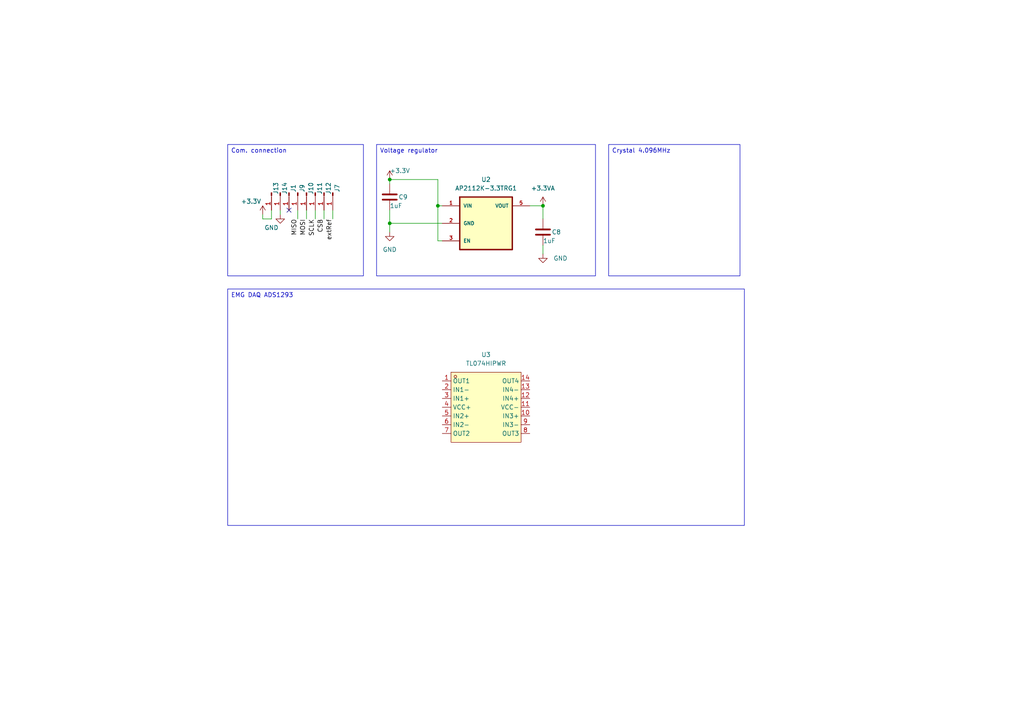
<source format=kicad_sch>
(kicad_sch (version 20231120) (generator "eeschema") (generator_version "8.0")
  (paper "A4")
  (title_block (title "EMG DAQ ADS129") (date "2023-12-07") (rev "v1.0"))
  (lib_symbols
    (symbol "00_custom:AP2112K-3.3TRG1" (pin_names (offset 1.016))
      (property "Reference" "U" (at -7.663 8.6476 0))
      (property "Value" "AP2112K-3.3TRG1" (at -7.6489 -11.6507 0))
      (symbol "AP2112K-3.3TRG1_0_0"
        (rectangle (start -7.62 7.62) (end 7.62 -7.62) (stroke (width 0.41)) (fill (type background)))
        (pin power_in line (at -12.7 5.08 0) (length 5.08) (name "VIN") (number "1"))
        (pin power_in line (at -12.7 0 0) (length 5.08) (name "GND") (number "2"))
        (pin input line (at -12.7 -5.08 0) (length 5.08) (name "EN") (number "3"))
        (pin power_in line (at 12.7 5.08 180) (length 5.08) (name "VOUT") (number "5"))
      )
    )
    (symbol "00_lcsc:TL074HIPWR"
      (property "Reference" "U" (at 0 12.7 0))
      (property "Value" "TL074HIPWR" (at 0 -12.7 0))
      (symbol "TL074HIPWR_0_1"
        (rectangle (start -10.16 10.16) (end 10.16 -10.16) (fill (type background)))
        (circle (center -8.89 8.89) (radius 0.38))
        (pin unspecified line (at -12.7 7.62 0) (length 2.54) (name "OUT1") (number "1"))
        (pin unspecified line (at 12.7 -2.54 180) (length 2.54) (name "IN3+") (number "10"))
        (pin unspecified line (at 12.7 0 180) (length 2.54) (name "VCC-") (number "11"))
        (pin unspecified line (at 12.7 2.54 180) (length 2.54) (name "IN4+") (number "12"))
        (pin unspecified line (at 12.7 5.08 180) (length 2.54) (name "IN4-") (number "13"))
        (pin unspecified line (at 12.7 7.62 180) (length 2.54) (name "OUT4") (number "14"))
        (pin unspecified line (at -12.7 5.08 0) (length 2.54) (name "IN1-") (number "2"))
        (pin unspecified line (at -12.7 2.54 0) (length 2.54) (name "IN1+") (number "3"))
        (pin unspecified line (at -12.7 0 0) (length 2.54) (name "VCC+") (number "4"))
        (pin unspecified line (at -12.7 -2.54 0) (length 2.54) (name "IN2+") (number "5"))
        (pin unspecified line (at -12.7 -5.08 0) (length 2.54) (name "IN2-") (number "6"))
        (pin unspecified line (at -12.7 -7.62 0) (length 2.54) (name "OUT2") (number "7"))
        (pin unspecified line (at 12.7 -7.62 180) (length 2.54) (name "OUT3") (number "8"))
        (pin unspecified line (at 12.7 -5.08 180) (length 2.54) (name "IN3-") (number "9"))
      )
    )
    (symbol "Connector:Conn_01x01_Pin" (pin_names (offset 1.016) hide)
      (property "Reference" "J" (at 0 2.54 0))
      (property "Value" "Conn_01x01_Pin" (at 0 -2.54 0))
      (symbol "Conn_01x01_Pin_1_1"
        (polyline (pts (xy 1.27 0) (xy 0.8636 0)) (stroke (width 0.1524)))
        (rectangle (start 0.8636 0.127) (end 0 -0.127) (stroke (width 0.1524)) (fill (type outline)))
        (pin passive line (at 5.08 0 180) (length 3.81) (name "Pin_1") (number "1"))
      )
    )
    (symbol "Device:C" (pin_numbers hide) (pin_names (offset 0.254))
      (property "Reference" "C" (at 0.635 2.54 0))
      (property "Value" "C" (at 0.635 -2.54 0))
      (symbol "C_0_1"
        (polyline (pts (xy -2.032 -0.762) (xy 2.032 -0.762)) (stroke (width 0.508)))
        (polyline (pts (xy -2.032 0.762) (xy 2.032 0.762)) (stroke (width 0.508)))
      )
      (symbol "C_1_1"
        (pin passive line (at 0 3.81 270) (length 2.794) (name "~") (number "1"))
        (pin passive line (at 0 -3.81 90) (length 2.794) (name "~") (number "2"))
      )
    )
    (symbol "power:+3.3V" (power) (pin_names (offset 0))
      (property "Value" "+3.3V" (at 0 3.556 0))
      (symbol "+3.3V_0_1"
        (polyline (pts (xy -0.762 1.27) (xy 0 2.54)))
        (polyline (pts (xy 0 0) (xy 0 2.54)))
        (polyline (pts (xy 0 2.54) (xy 0.762 1.27)))
      )
      (symbol "+3.3V_1_1"
        (pin power_in line (at 0 0 90) (length 0) hide (name "+3.3V") (number "1"))
      )
    )
    (symbol "power:+3.3VA" (power) (pin_names (offset 0))
      (property "Value" "+3.3VA" (at 0 3.556 0))
      (symbol "+3.3VA_0_1"
        (polyline (pts (xy -0.762 1.27) (xy 0 2.54)))
        (polyline (pts (xy 0 0) (xy 0 2.54)))
        (polyline (pts (xy 0 2.54) (xy 0.762 1.27)))
      )
      (symbol "+3.3VA_1_1"
        (pin power_in line (at 0 0 90) (length 0) hide (name "+3.3VA") (number "1"))
      )
    )
    (symbol "power:GND" (power) (pin_names (offset 0))
      (property "Value" "GND" (at 0 -3.81 0))
      (symbol "GND_0_1"
        (polyline (pts (xy 0 0) (xy 0 -1.27) (xy 1.27 -1.27) (xy 0 -2.54) (xy -1.27 -1.27) (xy 0 -1.27)))
      )
      (symbol "GND_1_1"
        (pin power_in line (at 0 0 270) (length 0) hide (name "GND") (number "1"))
      )
    )
  )
  (junction (at 113.03 64.77))
  (junction (at 113.03 52.07))
  (junction (at 157.48 59.69))
  (junction (at 127 59.69))
  (no_connect (at 83.82 60.96))
  (wire (pts (xy 113.03 60.96) (xy 113.03 64.77)))
  (wire (pts (xy 127 69.85) (xy 127 59.69)))
  (wire (pts (xy 88.9 60.96) (xy 88.9 63.5)))
  (wire (pts (xy 127 59.69) (xy 128.27 59.69)))
  (wire (pts (xy 96.52 60.96) (xy 96.52 63.5)))
  (wire (pts (xy 91.44 60.96) (xy 91.44 63.5)))
  (wire (pts (xy 113.03 64.77) (xy 128.27 64.77)))
  (wire (pts (xy 76.2 63.5) (xy 78.74 63.5)))
  (wire (pts (xy 128.27 69.85) (xy 127 69.85)))
  (wire (pts (xy 127 52.07) (xy 127 59.69)))
  (wire (pts (xy 113.03 53.34) (xy 113.03 52.07)))
  (wire (pts (xy 113.03 64.77) (xy 113.03 67.31)))
  (wire (pts (xy 157.48 59.69) (xy 157.48 63.5)))
  (wire (pts (xy 86.36 60.96) (xy 86.36 63.5)))
  (wire (pts (xy 81.28 62.23) (xy 81.28 60.96)))
  (wire (pts (xy 157.48 71.12) (xy 157.48 73.66)))
  (wire (pts (xy 78.74 60.96) (xy 78.74 63.5)))
  (wire (pts (xy 153.67 59.69) (xy 157.48 59.69)))
  (wire (pts (xy 113.03 52.07) (xy 127 52.07)))
  (wire (pts (xy 93.98 60.96) (xy 93.98 63.5)))
  (wire (pts (xy 76.2 62.23) (xy 76.2 63.5)))
  (text_box "Com. connection" (at 66.04 41.91 0) (size 39.37 38.1) (effects (font (size 1.27 1.27)) (justify left top)))
  (text_box "Crystal 4.096MHz" (at 176.53 41.91 0) (size 38.1 38.1) (effects (font (size 1.27 1.27)) (justify left top)))
  (text_box "Voltage regulator" (at 109.22 41.91 0) (size 63.5 38.1) (effects (font (size 1.27 1.27)) (justify left top)))
  (text_box "EMG DAQ ADS1293" (at 66.04 83.82 0) (size 149.86 68.58) (effects (font (size 1.27 1.27)) (justify left top)))
  (label "MOSI" (at 88.9 63.5 270))
  (label "CSB" (at 93.98 63.5 270))
  (label "extRef" (at 96.52 63.5 270))
  (label "SCLK" (at 91.44 63.5 270))
  (label "MISO" (at 86.36 63.5 270))
  (symbol (lib_id "power:GND") (at 81.28 62.23 0) (unit 1)
    (property "Reference" "#PWR07" (effects (hide yes)))
    (property "Value" "GND" (at 78.74 66.04 0))
  )
  (symbol (lib_id "power:GND") (at 157.48 73.66 0) (unit 1)
    (property "Reference" "#PWR012" (effects (hide yes)))
    (property "Value" "GND" (at 162.56 74.93 0))
  )
  (symbol (lib_id "00_custom:AP2112K-3.3TRG1") (at 140.97 64.77 0) (unit 1)
    (property "Reference" "U2" (at 140.97 52.07 0))
    (property "Value" "AP2112K-3.3TRG1" (at 140.97 54.61 0))
    (property "Footprint" "00_custom-footprints:SOT95P285X140-5N" (effects (hide yes)))
    (property "Description" "\nVoltage Regulators, LDO, 600mA CMOS LDO 50mA 3.3V 250mV | Diodes Inc AP2112K-3.3TRG1\n" (effects (hide yes)))
    (property "MF" "Diodes Inc." (effects (hide yes)))
    (property "Package" "SOT-753 Diodes Inc." (effects (hide yes)))
    (property "Price" "None" (effects (hide yes)))
    (property "Check_prices" "https://www.snapeda.com/parts/AP2112K-3.3TRG1/Diodes+Inc./view-part/?ref=eda" (effects (hide yes)))
    (property "PARTREV" "2-2" (effects (hide yes)))
    (property "SnapEDA_Link" "https://www.snapeda.com/parts/AP2112K-3.3TRG1/Diodes+Inc./view-part/?ref=snap" (effects (hide yes)))
    (property "MP" "AP2112K-3.3TRG1" (effects (hide yes)))
    (property "Purchase-URL" "https://www.snapeda.com/api/url_track_click_mouser/?unipart_id=454988&manufacturer=Diodes Inc.&part_name=AP2112K-3.3TRG1&search_term=None" (effects (hide yes)))
    (property "Availability" "In Stock" (effects (hide yes)))
    (property "MANUFACTURER" "Diodes Inc." (effects (hide yes)))
    (property "LCSC" "C51118" (effects (hide yes)))
  )
  (symbol (lib_id "Connector:Conn_01x01_Pin") (at 81.28 55.88 270) (unit 1)
    (property "Reference" "J14" (at 82.55 54.61 0))
    (property "Value" "Conn_01x01_Pin" (effects (hide yes)))
    (property "Footprint" "Connector_PinHeader_1.27mm:PinHeader_1x01_P1.27mm_Vertical" (effects (hide yes)))
  )
  (symbol (lib_id "Connector:Conn_01x01_Pin") (at 78.74 55.88 270) (unit 1)
    (property "Reference" "J13" (at 80.01 54.61 0))
    (property "Value" "Conn_01x01_Pin" (effects (hide yes)))
    (property "Footprint" "Connector_PinHeader_1.27mm:PinHeader_1x01_P1.27mm_Vertical" (effects (hide yes)))
  )
  (symbol (lib_id "power:+3.3V") (at 76.2 62.23 0) (unit 1)
    (property "Reference" "#PWR06" (effects (hide yes)))
    (property "Value" "+3.3V" (at 69.85 58.42 0) (effects (justify left)))
  )
  (symbol (lib_id "00_lcsc:TL074HIPWR") (at 140.97 118.11 0) (unit 1)
    (property "Reference" "U3" (at 140.97 102.87 0))
    (property "Value" "TL074HIPWR" (at 140.97 105.41 0))
    (property "Footprint" "00_lcsc:TSSOP-14_L5.0-W4.4-P0.65-LS6.4-BL" (effects (hide yes)))
    (property "Datasheet" "https://lcsc.com/product-detail/General-Purpose-Amplifiers_TI_TL074CPWR_TL074CPWR_C96507.html" (effects (hide yes)))
    (property "LCSC Part" "C4370424" (effects (hide yes)))
  )
  (symbol (lib_id "Connector:Conn_01x01_Pin") (at 86.36 55.88 270) (unit 1)
    (property "Reference" "J9" (at 87.63 54.61 0))
    (property "Value" "Conn_01x01_Pin" (effects (hide yes)))
    (property "Footprint" "Connector_PinHeader_1.27mm:PinHeader_1x01_P1.27mm_Vertical" (effects (hide yes)))
  )
  (symbol (lib_id "Connector:Conn_01x01_Pin") (at 93.98 55.88 270) (unit 1)
    (property "Reference" "J12" (at 95.25 54.61 0))
    (property "Value" "Conn_01x01_Pin" (effects (hide yes)))
    (property "Footprint" "Connector_PinHeader_1.27mm:PinHeader_1x01_P1.27mm_Vertical" (effects (hide yes)))
  )
  (symbol (lib_id "Device:C") (at 157.48 67.31 0) (unit 1)
    (property "Reference" "C8" (at 160.02 67.31 0) (effects (justify left)))
    (property "Value" "1uF" (at 157.48 69.85 0) (effects (justify left)))
    (property "Footprint" "Capacitor_SMD:C_0402_1005Metric" (effects (hide yes)))
  )
  (symbol (lib_id "Connector:Conn_01x01_Pin") (at 96.52 55.88 270) (unit 1)
    (property "Reference" "J7" (at 97.79 54.61 0))
    (property "Value" "Conn_01x01_Pin" (effects (hide yes)))
    (property "Footprint" "Connector_PinHeader_1.27mm:PinHeader_1x01_P1.27mm_Vertical" (effects (hide yes)))
  )
  (symbol (lib_id "Device:C") (at 113.03 57.15 0) (unit 1)
    (property "Reference" "C9" (at 115.57 57.15 0) (effects (justify left)))
    (property "Value" "1uF" (at 113.03 59.69 0) (effects (justify left)))
    (property "Footprint" "Capacitor_SMD:C_0402_1005Metric" (effects (hide yes)))
  )
  (symbol (lib_id "Connector:Conn_01x01_Pin") (at 83.82 55.88 270) (unit 1)
    (property "Reference" "J1" (at 85.09 54.61 0))
    (property "Value" "Conn_01x01_Pin" (effects (hide yes)))
    (property "Footprint" "Connector_PinHeader_1.27mm:PinHeader_1x01_P1.27mm_Vertical" (effects (hide yes)))
  )
  (symbol (lib_id "Connector:Conn_01x01_Pin") (at 91.44 55.88 270) (unit 1)
    (property "Reference" "J11" (at 92.71 54.61 0))
    (property "Value" "Conn_01x01_Pin" (effects (hide yes)))
    (property "Footprint" "Connector_PinHeader_1.27mm:PinHeader_1x01_P1.27mm_Vertical" (effects (hide yes)))
  )
  (symbol (lib_id "power:+3.3V") (at 113.03 52.07 0) (unit 1)
    (property "Reference" "#PWR013" (effects (hide yes)))
    (property "Value" "+3.3V" (at 113.03 49.53 0) (effects (justify left)))
  )
  (symbol (lib_id "power:GND") (at 113.03 67.31 0) (unit 1)
    (property "Reference" "#PWR011" (effects (hide yes)))
    (property "Value" "GND" (at 113.03 72.39 0))
  )
  (symbol (lib_id "Connector:Conn_01x01_Pin") (at 88.9 55.88 270) (unit 1)
    (property "Reference" "J10" (at 90.17 54.61 0))
    (property "Value" "Conn_01x01_Pin" (effects (hide yes)))
    (property "Footprint" "Connector_PinHeader_1.27mm:PinHeader_1x01_P1.27mm_Vertical" (effects (hide yes)))
  )
  (symbol (lib_id "power:+3.3VA") (at 157.48 59.69 0) (unit 1)
    (property "Reference" "#PWR014" (effects (hide yes)))
    (property "Value" "+3.3VA" (at 157.48 54.61 0))
  )
)
</source>
